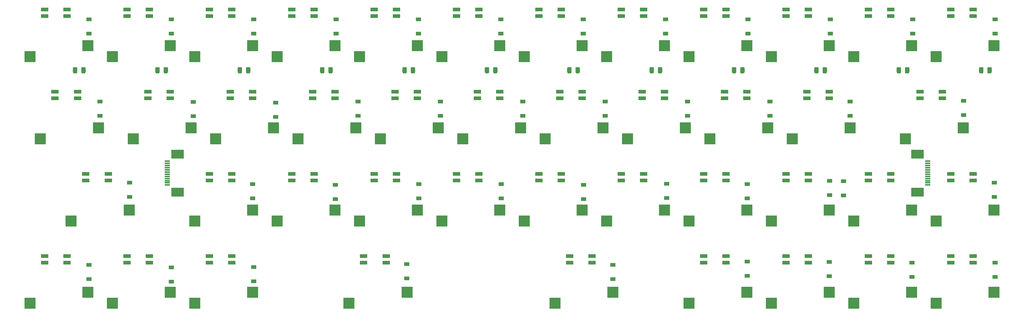
<source format=gbr>
%TF.GenerationSoftware,KiCad,Pcbnew,(5.1.10)-1*%
%TF.CreationDate,2021-09-02T23:13:25-06:00*%
%TF.ProjectId,MX43,4d583433-2e6b-4696-9361-645f70636258,rev?*%
%TF.SameCoordinates,Original*%
%TF.FileFunction,Paste,Bot*%
%TF.FilePolarity,Positive*%
%FSLAX46Y46*%
G04 Gerber Fmt 4.6, Leading zero omitted, Abs format (unit mm)*
G04 Created by KiCad (PCBNEW (5.1.10)-1) date 2021-09-02 23:13:25*
%MOMM*%
%LPD*%
G01*
G04 APERTURE LIST*
%ADD10R,1.800000X0.900000*%
%ADD11R,2.550000X2.500000*%
%ADD12R,3.000000X2.000000*%
%ADD13R,1.300000X0.300000*%
%ADD14R,1.200000X0.900000*%
G04 APERTURE END LIST*
D10*
%TO.C,U39*%
X179772000Y-111040000D03*
X179772000Y-112540000D03*
X184972000Y-111040000D03*
X184972000Y-112540000D03*
D11*
X176357000Y-121920000D03*
X189782000Y-119380000D03*
%TD*%
D10*
%TO.C,U18*%
X158436000Y-72940000D03*
X158436000Y-74440000D03*
X163636000Y-72940000D03*
X163636000Y-74440000D03*
D11*
X155021000Y-83820000D03*
X168446000Y-81280000D03*
%TD*%
D10*
%TO.C,U13*%
X60773000Y-72940000D03*
X60773000Y-74440000D03*
X65973000Y-72940000D03*
X65973000Y-74440000D03*
D11*
X57358000Y-83820000D03*
X70783000Y-81280000D03*
%TD*%
D10*
%TO.C,U20*%
X196536000Y-72940000D03*
X196536000Y-74440000D03*
X201736000Y-72940000D03*
X201736000Y-74440000D03*
D11*
X193121000Y-83820000D03*
X206546000Y-81280000D03*
%TD*%
D10*
%TO.C,U21*%
X215586000Y-72940000D03*
X215586000Y-74440000D03*
X220786000Y-72940000D03*
X220786000Y-74440000D03*
D11*
X212171000Y-83820000D03*
X225596000Y-81280000D03*
%TD*%
D10*
%TO.C,U34*%
X267910000Y-91990000D03*
X267910000Y-93490000D03*
X273110000Y-91990000D03*
X273110000Y-93490000D03*
D11*
X264495000Y-102870000D03*
X277920000Y-100330000D03*
%TD*%
D10*
%TO.C,U43*%
X267910000Y-111040000D03*
X267910000Y-112540000D03*
X273110000Y-111040000D03*
X273110000Y-112540000D03*
D11*
X264495000Y-121920000D03*
X277920000Y-119380000D03*
%TD*%
D10*
%TO.C,U40*%
X210760000Y-111040000D03*
X210760000Y-112540000D03*
X215960000Y-111040000D03*
X215960000Y-112540000D03*
D11*
X207345000Y-121920000D03*
X220770000Y-119380000D03*
%TD*%
D10*
%TO.C,U38*%
X132147000Y-111040000D03*
X132147000Y-112540000D03*
X137347000Y-111040000D03*
X137347000Y-112540000D03*
D11*
X128732000Y-121920000D03*
X142157000Y-119380000D03*
%TD*%
D10*
%TO.C,U35*%
X58360000Y-111040000D03*
X58360000Y-112540000D03*
X63560000Y-111040000D03*
X63560000Y-112540000D03*
D11*
X54945000Y-121920000D03*
X68370000Y-119380000D03*
%TD*%
D10*
%TO.C,U24*%
X67885000Y-91990000D03*
X67885000Y-93490000D03*
X73085000Y-91990000D03*
X73085000Y-93490000D03*
D11*
X64470000Y-102870000D03*
X77895000Y-100330000D03*
%TD*%
D10*
%TO.C,U42*%
X248860000Y-111040000D03*
X248860000Y-112540000D03*
X254060000Y-111040000D03*
X254060000Y-112540000D03*
D11*
X245445000Y-121920000D03*
X258870000Y-119380000D03*
%TD*%
D10*
%TO.C,U23*%
X260798000Y-72940000D03*
X260798000Y-74440000D03*
X265998000Y-72940000D03*
X265998000Y-74440000D03*
D11*
X257383000Y-83820000D03*
X270808000Y-81280000D03*
%TD*%
D12*
%TO.C,J2*%
X89100000Y-96200000D03*
X89100000Y-87400000D03*
D13*
X86750000Y-89050000D03*
X86750000Y-89550000D03*
X86750000Y-90050000D03*
X86750000Y-90550000D03*
X86750000Y-91050000D03*
X86750000Y-91550000D03*
X86750000Y-92050000D03*
X86750000Y-92550000D03*
X86750000Y-93050000D03*
X86750000Y-93550000D03*
X86750000Y-94050000D03*
X86750000Y-94550000D03*
%TD*%
D12*
%TO.C,J1*%
X260247000Y-87400000D03*
X260247000Y-96200000D03*
D13*
X262597000Y-94550000D03*
X262597000Y-94050000D03*
X262597000Y-93550000D03*
X262597000Y-93050000D03*
X262597000Y-92550000D03*
X262597000Y-92050000D03*
X262597000Y-91550000D03*
X262597000Y-91050000D03*
X262597000Y-90550000D03*
X262597000Y-90050000D03*
X262597000Y-89550000D03*
X262597000Y-89050000D03*
%TD*%
%TO.C,C12*%
G36*
G01*
X276355000Y-68420000D02*
X276355000Y-67470000D01*
G75*
G02*
X276605000Y-67220000I250000J0D01*
G01*
X277105000Y-67220000D01*
G75*
G02*
X277355000Y-67470000I0J-250000D01*
G01*
X277355000Y-68420000D01*
G75*
G02*
X277105000Y-68670000I-250000J0D01*
G01*
X276605000Y-68670000D01*
G75*
G02*
X276355000Y-68420000I0J250000D01*
G01*
G37*
G36*
G01*
X274455000Y-68420000D02*
X274455000Y-67470000D01*
G75*
G02*
X274705000Y-67220000I250000J0D01*
G01*
X275205000Y-67220000D01*
G75*
G02*
X275455000Y-67470000I0J-250000D01*
G01*
X275455000Y-68420000D01*
G75*
G02*
X275205000Y-68670000I-250000J0D01*
G01*
X274705000Y-68670000D01*
G75*
G02*
X274455000Y-68420000I0J250000D01*
G01*
G37*
%TD*%
%TO.C,C11*%
G36*
G01*
X257305000Y-68420000D02*
X257305000Y-67470000D01*
G75*
G02*
X257555000Y-67220000I250000J0D01*
G01*
X258055000Y-67220000D01*
G75*
G02*
X258305000Y-67470000I0J-250000D01*
G01*
X258305000Y-68420000D01*
G75*
G02*
X258055000Y-68670000I-250000J0D01*
G01*
X257555000Y-68670000D01*
G75*
G02*
X257305000Y-68420000I0J250000D01*
G01*
G37*
G36*
G01*
X255405000Y-68420000D02*
X255405000Y-67470000D01*
G75*
G02*
X255655000Y-67220000I250000J0D01*
G01*
X256155000Y-67220000D01*
G75*
G02*
X256405000Y-67470000I0J-250000D01*
G01*
X256405000Y-68420000D01*
G75*
G02*
X256155000Y-68670000I-250000J0D01*
G01*
X255655000Y-68670000D01*
G75*
G02*
X255405000Y-68420000I0J250000D01*
G01*
G37*
%TD*%
%TO.C,C10*%
G36*
G01*
X238255000Y-68420000D02*
X238255000Y-67470000D01*
G75*
G02*
X238505000Y-67220000I250000J0D01*
G01*
X239005000Y-67220000D01*
G75*
G02*
X239255000Y-67470000I0J-250000D01*
G01*
X239255000Y-68420000D01*
G75*
G02*
X239005000Y-68670000I-250000J0D01*
G01*
X238505000Y-68670000D01*
G75*
G02*
X238255000Y-68420000I0J250000D01*
G01*
G37*
G36*
G01*
X236355000Y-68420000D02*
X236355000Y-67470000D01*
G75*
G02*
X236605000Y-67220000I250000J0D01*
G01*
X237105000Y-67220000D01*
G75*
G02*
X237355000Y-67470000I0J-250000D01*
G01*
X237355000Y-68420000D01*
G75*
G02*
X237105000Y-68670000I-250000J0D01*
G01*
X236605000Y-68670000D01*
G75*
G02*
X236355000Y-68420000I0J250000D01*
G01*
G37*
%TD*%
%TO.C,C9*%
G36*
G01*
X219205000Y-68420000D02*
X219205000Y-67470000D01*
G75*
G02*
X219455000Y-67220000I250000J0D01*
G01*
X219955000Y-67220000D01*
G75*
G02*
X220205000Y-67470000I0J-250000D01*
G01*
X220205000Y-68420000D01*
G75*
G02*
X219955000Y-68670000I-250000J0D01*
G01*
X219455000Y-68670000D01*
G75*
G02*
X219205000Y-68420000I0J250000D01*
G01*
G37*
G36*
G01*
X217305000Y-68420000D02*
X217305000Y-67470000D01*
G75*
G02*
X217555000Y-67220000I250000J0D01*
G01*
X218055000Y-67220000D01*
G75*
G02*
X218305000Y-67470000I0J-250000D01*
G01*
X218305000Y-68420000D01*
G75*
G02*
X218055000Y-68670000I-250000J0D01*
G01*
X217555000Y-68670000D01*
G75*
G02*
X217305000Y-68420000I0J250000D01*
G01*
G37*
%TD*%
%TO.C,C8*%
G36*
G01*
X200160000Y-68420000D02*
X200160000Y-67470000D01*
G75*
G02*
X200410000Y-67220000I250000J0D01*
G01*
X200910000Y-67220000D01*
G75*
G02*
X201160000Y-67470000I0J-250000D01*
G01*
X201160000Y-68420000D01*
G75*
G02*
X200910000Y-68670000I-250000J0D01*
G01*
X200410000Y-68670000D01*
G75*
G02*
X200160000Y-68420000I0J250000D01*
G01*
G37*
G36*
G01*
X198260000Y-68420000D02*
X198260000Y-67470000D01*
G75*
G02*
X198510000Y-67220000I250000J0D01*
G01*
X199010000Y-67220000D01*
G75*
G02*
X199260000Y-67470000I0J-250000D01*
G01*
X199260000Y-68420000D01*
G75*
G02*
X199010000Y-68670000I-250000J0D01*
G01*
X198510000Y-68670000D01*
G75*
G02*
X198260000Y-68420000I0J250000D01*
G01*
G37*
%TD*%
%TO.C,C7*%
G36*
G01*
X181110000Y-68420000D02*
X181110000Y-67470000D01*
G75*
G02*
X181360000Y-67220000I250000J0D01*
G01*
X181860000Y-67220000D01*
G75*
G02*
X182110000Y-67470000I0J-250000D01*
G01*
X182110000Y-68420000D01*
G75*
G02*
X181860000Y-68670000I-250000J0D01*
G01*
X181360000Y-68670000D01*
G75*
G02*
X181110000Y-68420000I0J250000D01*
G01*
G37*
G36*
G01*
X179210000Y-68420000D02*
X179210000Y-67470000D01*
G75*
G02*
X179460000Y-67220000I250000J0D01*
G01*
X179960000Y-67220000D01*
G75*
G02*
X180210000Y-67470000I0J-250000D01*
G01*
X180210000Y-68420000D01*
G75*
G02*
X179960000Y-68670000I-250000J0D01*
G01*
X179460000Y-68670000D01*
G75*
G02*
X179210000Y-68420000I0J250000D01*
G01*
G37*
%TD*%
%TO.C,C6*%
G36*
G01*
X162060000Y-68420000D02*
X162060000Y-67470000D01*
G75*
G02*
X162310000Y-67220000I250000J0D01*
G01*
X162810000Y-67220000D01*
G75*
G02*
X163060000Y-67470000I0J-250000D01*
G01*
X163060000Y-68420000D01*
G75*
G02*
X162810000Y-68670000I-250000J0D01*
G01*
X162310000Y-68670000D01*
G75*
G02*
X162060000Y-68420000I0J250000D01*
G01*
G37*
G36*
G01*
X160160000Y-68420000D02*
X160160000Y-67470000D01*
G75*
G02*
X160410000Y-67220000I250000J0D01*
G01*
X160910000Y-67220000D01*
G75*
G02*
X161160000Y-67470000I0J-250000D01*
G01*
X161160000Y-68420000D01*
G75*
G02*
X160910000Y-68670000I-250000J0D01*
G01*
X160410000Y-68670000D01*
G75*
G02*
X160160000Y-68420000I0J250000D01*
G01*
G37*
%TD*%
%TO.C,C5*%
G36*
G01*
X143010000Y-68420000D02*
X143010000Y-67470000D01*
G75*
G02*
X143260000Y-67220000I250000J0D01*
G01*
X143760000Y-67220000D01*
G75*
G02*
X144010000Y-67470000I0J-250000D01*
G01*
X144010000Y-68420000D01*
G75*
G02*
X143760000Y-68670000I-250000J0D01*
G01*
X143260000Y-68670000D01*
G75*
G02*
X143010000Y-68420000I0J250000D01*
G01*
G37*
G36*
G01*
X141110000Y-68420000D02*
X141110000Y-67470000D01*
G75*
G02*
X141360000Y-67220000I250000J0D01*
G01*
X141860000Y-67220000D01*
G75*
G02*
X142110000Y-67470000I0J-250000D01*
G01*
X142110000Y-68420000D01*
G75*
G02*
X141860000Y-68670000I-250000J0D01*
G01*
X141360000Y-68670000D01*
G75*
G02*
X141110000Y-68420000I0J250000D01*
G01*
G37*
%TD*%
%TO.C,C4*%
G36*
G01*
X123960000Y-68420000D02*
X123960000Y-67470000D01*
G75*
G02*
X124210000Y-67220000I250000J0D01*
G01*
X124710000Y-67220000D01*
G75*
G02*
X124960000Y-67470000I0J-250000D01*
G01*
X124960000Y-68420000D01*
G75*
G02*
X124710000Y-68670000I-250000J0D01*
G01*
X124210000Y-68670000D01*
G75*
G02*
X123960000Y-68420000I0J250000D01*
G01*
G37*
G36*
G01*
X122060000Y-68420000D02*
X122060000Y-67470000D01*
G75*
G02*
X122310000Y-67220000I250000J0D01*
G01*
X122810000Y-67220000D01*
G75*
G02*
X123060000Y-67470000I0J-250000D01*
G01*
X123060000Y-68420000D01*
G75*
G02*
X122810000Y-68670000I-250000J0D01*
G01*
X122310000Y-68670000D01*
G75*
G02*
X122060000Y-68420000I0J250000D01*
G01*
G37*
%TD*%
%TO.C,C3*%
G36*
G01*
X104910000Y-68420000D02*
X104910000Y-67470000D01*
G75*
G02*
X105160000Y-67220000I250000J0D01*
G01*
X105660000Y-67220000D01*
G75*
G02*
X105910000Y-67470000I0J-250000D01*
G01*
X105910000Y-68420000D01*
G75*
G02*
X105660000Y-68670000I-250000J0D01*
G01*
X105160000Y-68670000D01*
G75*
G02*
X104910000Y-68420000I0J250000D01*
G01*
G37*
G36*
G01*
X103010000Y-68420000D02*
X103010000Y-67470000D01*
G75*
G02*
X103260000Y-67220000I250000J0D01*
G01*
X103760000Y-67220000D01*
G75*
G02*
X104010000Y-67470000I0J-250000D01*
G01*
X104010000Y-68420000D01*
G75*
G02*
X103760000Y-68670000I-250000J0D01*
G01*
X103260000Y-68670000D01*
G75*
G02*
X103010000Y-68420000I0J250000D01*
G01*
G37*
%TD*%
%TO.C,C2*%
G36*
G01*
X85860000Y-68420000D02*
X85860000Y-67470000D01*
G75*
G02*
X86110000Y-67220000I250000J0D01*
G01*
X86610000Y-67220000D01*
G75*
G02*
X86860000Y-67470000I0J-250000D01*
G01*
X86860000Y-68420000D01*
G75*
G02*
X86610000Y-68670000I-250000J0D01*
G01*
X86110000Y-68670000D01*
G75*
G02*
X85860000Y-68420000I0J250000D01*
G01*
G37*
G36*
G01*
X83960000Y-68420000D02*
X83960000Y-67470000D01*
G75*
G02*
X84210000Y-67220000I250000J0D01*
G01*
X84710000Y-67220000D01*
G75*
G02*
X84960000Y-67470000I0J-250000D01*
G01*
X84960000Y-68420000D01*
G75*
G02*
X84710000Y-68670000I-250000J0D01*
G01*
X84210000Y-68670000D01*
G75*
G02*
X83960000Y-68420000I0J250000D01*
G01*
G37*
%TD*%
%TO.C,C1*%
G36*
G01*
X66810000Y-68420000D02*
X66810000Y-67470000D01*
G75*
G02*
X67060000Y-67220000I250000J0D01*
G01*
X67560000Y-67220000D01*
G75*
G02*
X67810000Y-67470000I0J-250000D01*
G01*
X67810000Y-68420000D01*
G75*
G02*
X67560000Y-68670000I-250000J0D01*
G01*
X67060000Y-68670000D01*
G75*
G02*
X66810000Y-68420000I0J250000D01*
G01*
G37*
G36*
G01*
X64910000Y-68420000D02*
X64910000Y-67470000D01*
G75*
G02*
X65160000Y-67220000I250000J0D01*
G01*
X65660000Y-67220000D01*
G75*
G02*
X65910000Y-67470000I0J-250000D01*
G01*
X65910000Y-68420000D01*
G75*
G02*
X65660000Y-68670000I-250000J0D01*
G01*
X65160000Y-68670000D01*
G75*
G02*
X64910000Y-68420000I0J250000D01*
G01*
G37*
%TD*%
D10*
%TO.C,U41*%
X229810000Y-111040000D03*
X229810000Y-112540000D03*
X235010000Y-111040000D03*
X235010000Y-112540000D03*
D11*
X226395000Y-121920000D03*
X239820000Y-119380000D03*
%TD*%
D10*
%TO.C,U37*%
X96460000Y-111040000D03*
X96460000Y-112540000D03*
X101660000Y-111040000D03*
X101660000Y-112540000D03*
D11*
X93045000Y-121920000D03*
X106470000Y-119380000D03*
%TD*%
D10*
%TO.C,U36*%
X77410000Y-111040000D03*
X77410000Y-112540000D03*
X82610000Y-111040000D03*
X82610000Y-112540000D03*
D11*
X73995000Y-121920000D03*
X87420000Y-119380000D03*
%TD*%
D10*
%TO.C,U33*%
X248860000Y-91990000D03*
X248860000Y-93490000D03*
X254060000Y-91990000D03*
X254060000Y-93490000D03*
D11*
X245445000Y-102870000D03*
X258870000Y-100330000D03*
%TD*%
D10*
%TO.C,U32*%
X229810000Y-91990000D03*
X229810000Y-93490000D03*
X235010000Y-91990000D03*
X235010000Y-93490000D03*
D11*
X226395000Y-102870000D03*
X239820000Y-100330000D03*
%TD*%
D10*
%TO.C,U31*%
X210760000Y-91990000D03*
X210760000Y-93490000D03*
X215960000Y-91990000D03*
X215960000Y-93490000D03*
D11*
X207345000Y-102870000D03*
X220770000Y-100330000D03*
%TD*%
D10*
%TO.C,U30*%
X191710000Y-91990000D03*
X191710000Y-93490000D03*
X196910000Y-91990000D03*
X196910000Y-93490000D03*
D11*
X188295000Y-102870000D03*
X201720000Y-100330000D03*
%TD*%
D10*
%TO.C,U29*%
X172660000Y-91990000D03*
X172660000Y-93490000D03*
X177860000Y-91990000D03*
X177860000Y-93490000D03*
D11*
X169245000Y-102870000D03*
X182670000Y-100330000D03*
%TD*%
D10*
%TO.C,U28*%
X153610000Y-91990000D03*
X153610000Y-93490000D03*
X158810000Y-91990000D03*
X158810000Y-93490000D03*
D11*
X150195000Y-102870000D03*
X163620000Y-100330000D03*
%TD*%
D10*
%TO.C,U27*%
X134560000Y-91990000D03*
X134560000Y-93490000D03*
X139760000Y-91990000D03*
X139760000Y-93490000D03*
D11*
X131145000Y-102870000D03*
X144570000Y-100330000D03*
%TD*%
D10*
%TO.C,U26*%
X115510000Y-91990000D03*
X115510000Y-93490000D03*
X120710000Y-91990000D03*
X120710000Y-93490000D03*
D11*
X112095000Y-102870000D03*
X125520000Y-100330000D03*
%TD*%
D10*
%TO.C,U25*%
X96460000Y-91990000D03*
X96460000Y-93490000D03*
X101660000Y-91990000D03*
X101660000Y-93490000D03*
D11*
X93045000Y-102870000D03*
X106470000Y-100330000D03*
%TD*%
D10*
%TO.C,U22*%
X234636000Y-72940000D03*
X234636000Y-74440000D03*
X239836000Y-72940000D03*
X239836000Y-74440000D03*
D11*
X231221000Y-83820000D03*
X244646000Y-81280000D03*
%TD*%
D10*
%TO.C,U19*%
X177486000Y-72940000D03*
X177486000Y-74440000D03*
X182686000Y-72940000D03*
X182686000Y-74440000D03*
D11*
X174071000Y-83820000D03*
X187496000Y-81280000D03*
%TD*%
D10*
%TO.C,U17*%
X139386000Y-72940000D03*
X139386000Y-74440000D03*
X144586000Y-72940000D03*
X144586000Y-74440000D03*
D11*
X135971000Y-83820000D03*
X149396000Y-81280000D03*
%TD*%
D10*
%TO.C,U16*%
X120336000Y-72940000D03*
X120336000Y-74440000D03*
X125536000Y-72940000D03*
X125536000Y-74440000D03*
D11*
X116921000Y-83820000D03*
X130346000Y-81280000D03*
%TD*%
D10*
%TO.C,U15*%
X101286000Y-72940000D03*
X101286000Y-74440000D03*
X106486000Y-72940000D03*
X106486000Y-74440000D03*
D11*
X97871000Y-83820000D03*
X111296000Y-81280000D03*
%TD*%
D10*
%TO.C,U14*%
X82236000Y-72940000D03*
X82236000Y-74440000D03*
X87436000Y-72940000D03*
X87436000Y-74440000D03*
D11*
X78821000Y-83820000D03*
X92246000Y-81280000D03*
%TD*%
D10*
%TO.C,U12*%
X267910000Y-53890000D03*
X267910000Y-55390000D03*
X273110000Y-53890000D03*
X273110000Y-55390000D03*
D11*
X264495000Y-64770000D03*
X277920000Y-62230000D03*
%TD*%
D10*
%TO.C,U11*%
X248860000Y-53890000D03*
X248860000Y-55390000D03*
X254060000Y-53890000D03*
X254060000Y-55390000D03*
D11*
X245445000Y-64770000D03*
X258870000Y-62230000D03*
%TD*%
D10*
%TO.C,U10*%
X229810000Y-53890000D03*
X229810000Y-55390000D03*
X235010000Y-53890000D03*
X235010000Y-55390000D03*
D11*
X226395000Y-64770000D03*
X239820000Y-62230000D03*
%TD*%
D10*
%TO.C,U9*%
X210760000Y-53890000D03*
X210760000Y-55390000D03*
X215960000Y-53890000D03*
X215960000Y-55390000D03*
D11*
X207345000Y-64770000D03*
X220770000Y-62230000D03*
%TD*%
D10*
%TO.C,U8*%
X191710000Y-53890000D03*
X191710000Y-55390000D03*
X196910000Y-53890000D03*
X196910000Y-55390000D03*
D11*
X188295000Y-64770000D03*
X201720000Y-62230000D03*
%TD*%
D10*
%TO.C,U7*%
X172660000Y-53890000D03*
X172660000Y-55390000D03*
X177860000Y-53890000D03*
X177860000Y-55390000D03*
D11*
X169245000Y-64770000D03*
X182670000Y-62230000D03*
%TD*%
D10*
%TO.C,U6*%
X153610000Y-53890000D03*
X153610000Y-55390000D03*
X158810000Y-53890000D03*
X158810000Y-55390000D03*
D11*
X150195000Y-64770000D03*
X163620000Y-62230000D03*
%TD*%
D10*
%TO.C,U5*%
X134560000Y-53890000D03*
X134560000Y-55390000D03*
X139760000Y-53890000D03*
X139760000Y-55390000D03*
D11*
X131145000Y-64770000D03*
X144570000Y-62230000D03*
%TD*%
D10*
%TO.C,U4*%
X115510000Y-53890000D03*
X115510000Y-55390000D03*
X120710000Y-53890000D03*
X120710000Y-55390000D03*
D11*
X112095000Y-64770000D03*
X125520000Y-62230000D03*
%TD*%
D10*
%TO.C,U3*%
X96460000Y-53890000D03*
X96460000Y-55390000D03*
X101660000Y-53890000D03*
X101660000Y-55390000D03*
D11*
X93045000Y-64770000D03*
X106470000Y-62230000D03*
%TD*%
D10*
%TO.C,U2*%
X77410000Y-53890000D03*
X77410000Y-55390000D03*
X82610000Y-53890000D03*
X82610000Y-55390000D03*
D11*
X73995000Y-64770000D03*
X87420000Y-62230000D03*
%TD*%
D10*
%TO.C,U1*%
X58360000Y-53890000D03*
X58360000Y-55390000D03*
X63560000Y-53890000D03*
X63560000Y-55390000D03*
D11*
X54945000Y-64770000D03*
X68370000Y-62230000D03*
%TD*%
D14*
%TO.C,D1*%
X68580000Y-56135000D03*
X68580000Y-59435000D03*
%TD*%
%TO.C,D13*%
X71120000Y-75185000D03*
X71120000Y-78485000D03*
%TD*%
%TO.C,D25*%
X106426000Y-97662000D03*
X106426000Y-94362000D03*
%TD*%
%TO.C,D37*%
X106680000Y-116840000D03*
X106680000Y-113540000D03*
%TD*%
%TO.C,D2*%
X87630000Y-56135000D03*
X87630000Y-59435000D03*
%TD*%
%TO.C,D14*%
X92710000Y-78613000D03*
X92710000Y-75313000D03*
%TD*%
%TO.C,D26*%
X125603000Y-94490000D03*
X125603000Y-97790000D03*
%TD*%
%TO.C,D38*%
X142113000Y-112905000D03*
X142113000Y-116205000D03*
%TD*%
%TO.C,D3*%
X106680000Y-59435000D03*
X106680000Y-56135000D03*
%TD*%
%TO.C,D15*%
X111760000Y-78740000D03*
X111760000Y-75440000D03*
%TD*%
%TO.C,D27*%
X144907000Y-97663000D03*
X144907000Y-94363000D03*
%TD*%
%TO.C,D39*%
X189738000Y-116332000D03*
X189738000Y-113032000D03*
%TD*%
%TO.C,D4*%
X125730000Y-56135000D03*
X125730000Y-59435000D03*
%TD*%
%TO.C,D16*%
X130810000Y-78485000D03*
X130810000Y-75185000D03*
%TD*%
%TO.C,D28*%
X163957000Y-94362000D03*
X163957000Y-97662000D03*
%TD*%
%TO.C,D40*%
X220853000Y-112270000D03*
X220853000Y-115570000D03*
%TD*%
%TO.C,D5*%
X144780000Y-56135000D03*
X144780000Y-59435000D03*
%TD*%
%TO.C,D17*%
X149860000Y-78485000D03*
X149860000Y-75185000D03*
%TD*%
%TO.C,D29*%
X183007000Y-97790000D03*
X183007000Y-94490000D03*
%TD*%
%TO.C,D41*%
X239776000Y-115697000D03*
X239776000Y-112397000D03*
%TD*%
%TO.C,D6*%
X163830000Y-56135000D03*
X163830000Y-59435000D03*
%TD*%
%TO.C,D18*%
X168910000Y-75185000D03*
X168910000Y-78485000D03*
%TD*%
%TO.C,D30*%
X202184000Y-94236000D03*
X202184000Y-97536000D03*
%TD*%
%TO.C,D42*%
X258953000Y-112524000D03*
X258953000Y-115824000D03*
%TD*%
%TO.C,D7*%
X182880000Y-56135000D03*
X182880000Y-59435000D03*
%TD*%
%TO.C,D19*%
X187960000Y-78485000D03*
X187960000Y-75185000D03*
%TD*%
%TO.C,D31*%
X220853000Y-97663000D03*
X220853000Y-94363000D03*
%TD*%
%TO.C,D8*%
X201930000Y-56135000D03*
X201930000Y-59435000D03*
%TD*%
%TO.C,D20*%
X207010000Y-75185000D03*
X207010000Y-78485000D03*
%TD*%
%TO.C,D32*%
X239903000Y-93601000D03*
X239903000Y-96901000D03*
%TD*%
%TO.C,D43*%
X278130000Y-115824000D03*
X278130000Y-112524000D03*
%TD*%
%TO.C,D9*%
X220980000Y-59435000D03*
X220980000Y-56135000D03*
%TD*%
%TO.C,D21*%
X226060000Y-78485000D03*
X226060000Y-75185000D03*
%TD*%
%TO.C,D33*%
X243141500Y-96939100D03*
X243141500Y-93639100D03*
%TD*%
%TO.C,D10*%
X240030000Y-59435000D03*
X240030000Y-56135000D03*
%TD*%
%TO.C,D22*%
X244602000Y-75185000D03*
X244602000Y-78485000D03*
%TD*%
%TO.C,D34*%
X278003000Y-93982000D03*
X278003000Y-97282000D03*
%TD*%
%TO.C,D11*%
X259080000Y-59435000D03*
X259080000Y-56135000D03*
%TD*%
%TO.C,D23*%
X270891000Y-78358000D03*
X270891000Y-75058000D03*
%TD*%
%TO.C,D35*%
X68580000Y-116332000D03*
X68580000Y-113032000D03*
%TD*%
%TO.C,D12*%
X278130000Y-56135000D03*
X278130000Y-59435000D03*
%TD*%
%TO.C,D24*%
X77978000Y-93981000D03*
X77978000Y-97281000D03*
%TD*%
%TO.C,D36*%
X87630000Y-113665000D03*
X87630000Y-116965000D03*
%TD*%
M02*

</source>
